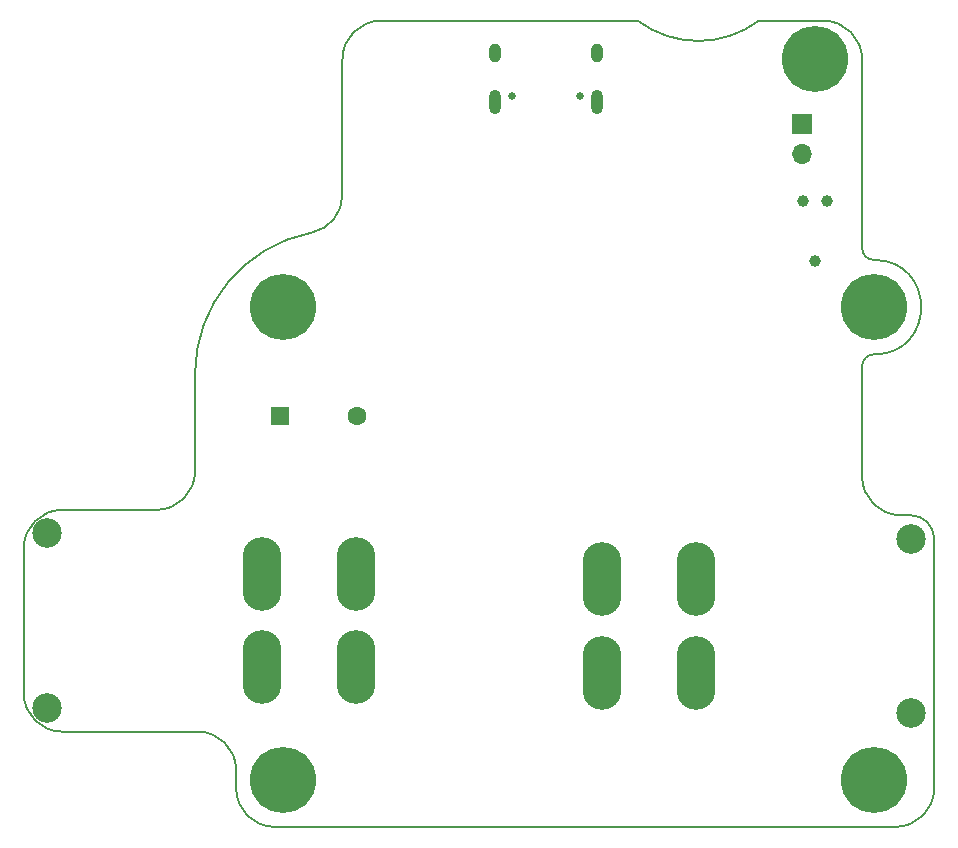
<source format=gbs>
%TF.GenerationSoftware,KiCad,Pcbnew,(6.99.0-874-g7b84e0a7d9-dirty)*%
%TF.CreationDate,2022-02-14T21:42:15-05:00*%
%TF.ProjectId,MotorcycleBatterIsolator,4d6f746f-7263-4796-936c-654261747465,rev?*%
%TF.SameCoordinates,Original*%
%TF.FileFunction,Soldermask,Bot*%
%TF.FilePolarity,Negative*%
%FSLAX46Y46*%
G04 Gerber Fmt 4.6, Leading zero omitted, Abs format (unit mm)*
G04 Created by KiCad (PCBNEW (6.99.0-874-g7b84e0a7d9-dirty)) date 2022-02-14 21:42:15*
%MOMM*%
%LPD*%
G01*
G04 APERTURE LIST*
%TA.AperFunction,Profile*%
%ADD10C,0.160000*%
%TD*%
%ADD11C,5.600000*%
%ADD12C,0.650000*%
%ADD13O,1.000000X2.100000*%
%ADD14O,1.000000X1.600000*%
%ADD15O,3.270000X6.230000*%
%ADD16C,2.500000*%
%ADD17R,1.600000X1.600000*%
%ADD18C,1.600000*%
%ADD19R,1.700000X1.700000*%
%ADD20O,1.700000X1.700000*%
%ADD21C,0.990600*%
G04 APERTURE END LIST*
D10*
X100518000Y-132657000D02*
X100518000Y-140910000D01*
X97268000Y-144160000D02*
X89268000Y-144160000D01*
X86018000Y-147410000D02*
X86018000Y-159690000D01*
X89268000Y-162940000D02*
X100750000Y-162940000D01*
X104000000Y-166190000D02*
X104000000Y-167750000D01*
X107250000Y-171000000D02*
X159850000Y-171000000D01*
X163100000Y-167750000D02*
X163100000Y-166750000D01*
X163100000Y-166750000D02*
X163100000Y-146610000D01*
X161100000Y-144610000D02*
X160250000Y-144610000D01*
X157000000Y-141360000D02*
X157000000Y-132000000D01*
X158000000Y-131000000D02*
G75*
G03*
X158000000Y-123000000I0J4000000D01*
G01*
X157000000Y-122000000D02*
X157000000Y-106000000D01*
X153750000Y-102750000D02*
X148250000Y-102750000D01*
X138000000Y-102750000D02*
X116250000Y-102750000D01*
X113000000Y-106000000D02*
X113000000Y-117500000D01*
X110373000Y-120690000D02*
G75*
G03*
X100518000Y-132657000I2337159J-11966053D01*
G01*
X158000000Y-131000000D02*
G75*
G03*
X157000000Y-132000000I365J-1000365D01*
G01*
X157000000Y-141360000D02*
G75*
G03*
X160250000Y-144610000I3250331J331D01*
G01*
X163100000Y-146610000D02*
G75*
G03*
X161100000Y-144610000I-2000729J-729D01*
G01*
X157000000Y-122000000D02*
G75*
G03*
X158000000Y-123000000I1000365J365D01*
G01*
X157000000Y-106000000D02*
G75*
G03*
X153750000Y-102750000I-3250331J-331D01*
G01*
X116250000Y-102750000D02*
G75*
G03*
X113000000Y-106000000I331J-3250331D01*
G01*
X110373000Y-120690000D02*
G75*
G03*
X113000000Y-117500000I-623095J3189807D01*
G01*
X97268000Y-144160000D02*
G75*
G03*
X100518000Y-140910000I-331J3250331D01*
G01*
X89268000Y-144160000D02*
G75*
G03*
X86018000Y-147410000I-1375J-3248625D01*
G01*
X86018000Y-159690000D02*
G75*
G03*
X89268000Y-162940000I3248625J-1375D01*
G01*
X104000000Y-166190000D02*
G75*
G03*
X100750000Y-162940000I-3250331J-331D01*
G01*
X104000000Y-167750000D02*
G75*
G03*
X107250000Y-171000000I3250331J331D01*
G01*
X159850000Y-171000000D02*
G75*
G03*
X163100000Y-167750000I-331J3250331D01*
G01*
X138000000Y-102750000D02*
G75*
G03*
X148250000Y-102750000I5125000J6835000D01*
G01*
D11*
%TO.C,H4*%
X108000000Y-127000000D03*
%TD*%
D12*
%TO.C,J5*%
X133140000Y-109100000D03*
X127360000Y-109100000D03*
D13*
X134569999Y-109629999D03*
D14*
X134569999Y-105449999D03*
D13*
X125929999Y-109629999D03*
D14*
X125929999Y-105449999D03*
%TD*%
D15*
%TO.C,J1*%
X114117499Y-157499999D03*
X106197499Y-157499999D03*
X114117499Y-149599999D03*
X106197499Y-149599999D03*
D16*
X88017500Y-160940000D03*
X88017500Y-146160000D03*
%TD*%
D11*
%TO.C,H2*%
X153000000Y-106000000D03*
%TD*%
D17*
%TO.C,BZ1*%
X107749999Y-136249999D03*
D18*
X114250000Y-136250000D03*
%TD*%
D11*
%TO.C,H3*%
X158000000Y-167000000D03*
%TD*%
%TO.C,H5*%
X158000000Y-127000000D03*
%TD*%
D19*
%TO.C,TH1*%
X151874999Y-111474999D03*
D20*
X151874999Y-114014999D03*
%TD*%
D15*
%TO.C,J4*%
X134999999Y-150049999D03*
X142919999Y-150049999D03*
X134999999Y-157949999D03*
X142919999Y-157949999D03*
D16*
X161100000Y-146610000D03*
X161100000Y-161390000D03*
%TD*%
D11*
%TO.C,H1*%
X108000000Y-167000000D03*
%TD*%
D21*
%TO.C,J3*%
X153000000Y-123100000D03*
X151984000Y-118020000D03*
X154016000Y-118020000D03*
%TD*%
M02*

</source>
